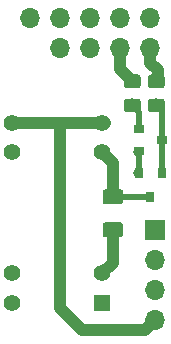
<source format=gbr>
G04 #@! TF.GenerationSoftware,KiCad,Pcbnew,(5.1.2)-2*
G04 #@! TF.CreationDate,2020-01-05T09:35:50+00:00*
G04 #@! TF.ProjectId,PlutoPTT,506c7574-6f50-4545-942e-6b696361645f,rev?*
G04 #@! TF.SameCoordinates,Original*
G04 #@! TF.FileFunction,Copper,L1,Top*
G04 #@! TF.FilePolarity,Positive*
%FSLAX46Y46*%
G04 Gerber Fmt 4.6, Leading zero omitted, Abs format (unit mm)*
G04 Created by KiCad (PCBNEW (5.1.2)-2) date 2020-01-05 09:35:50*
%MOMM*%
%LPD*%
G04 APERTURE LIST*
%ADD10C,0.100000*%
%ADD11C,1.250000*%
%ADD12R,1.700000X1.700000*%
%ADD13O,1.700000X1.700000*%
%ADD14C,1.400000*%
%ADD15R,1.400000X1.400000*%
%ADD16R,0.800000X0.900000*%
%ADD17C,1.150000*%
%ADD18R,0.900000X0.800000*%
%ADD19C,0.800000*%
%ADD20C,0.500000*%
%ADD21C,1.000000*%
G04 APERTURE END LIST*
D10*
G36*
X74944504Y-60463204D02*
G01*
X74968773Y-60466804D01*
X74992571Y-60472765D01*
X75015671Y-60481030D01*
X75037849Y-60491520D01*
X75058893Y-60504133D01*
X75078598Y-60518747D01*
X75096777Y-60535223D01*
X75113253Y-60553402D01*
X75127867Y-60573107D01*
X75140480Y-60594151D01*
X75150970Y-60616329D01*
X75159235Y-60639429D01*
X75165196Y-60663227D01*
X75168796Y-60687496D01*
X75170000Y-60712000D01*
X75170000Y-61462000D01*
X75168796Y-61486504D01*
X75165196Y-61510773D01*
X75159235Y-61534571D01*
X75150970Y-61557671D01*
X75140480Y-61579849D01*
X75127867Y-61600893D01*
X75113253Y-61620598D01*
X75096777Y-61638777D01*
X75078598Y-61655253D01*
X75058893Y-61669867D01*
X75037849Y-61682480D01*
X75015671Y-61692970D01*
X74992571Y-61701235D01*
X74968773Y-61707196D01*
X74944504Y-61710796D01*
X74920000Y-61712000D01*
X73670000Y-61712000D01*
X73645496Y-61710796D01*
X73621227Y-61707196D01*
X73597429Y-61701235D01*
X73574329Y-61692970D01*
X73552151Y-61682480D01*
X73531107Y-61669867D01*
X73511402Y-61655253D01*
X73493223Y-61638777D01*
X73476747Y-61620598D01*
X73462133Y-61600893D01*
X73449520Y-61579849D01*
X73439030Y-61557671D01*
X73430765Y-61534571D01*
X73424804Y-61510773D01*
X73421204Y-61486504D01*
X73420000Y-61462000D01*
X73420000Y-60712000D01*
X73421204Y-60687496D01*
X73424804Y-60663227D01*
X73430765Y-60639429D01*
X73439030Y-60616329D01*
X73449520Y-60594151D01*
X73462133Y-60573107D01*
X73476747Y-60553402D01*
X73493223Y-60535223D01*
X73511402Y-60518747D01*
X73531107Y-60504133D01*
X73552151Y-60491520D01*
X73574329Y-60481030D01*
X73597429Y-60472765D01*
X73621227Y-60466804D01*
X73645496Y-60463204D01*
X73670000Y-60462000D01*
X74920000Y-60462000D01*
X74944504Y-60463204D01*
X74944504Y-60463204D01*
G37*
D11*
X74295000Y-61087000D03*
D10*
G36*
X74944504Y-57663204D02*
G01*
X74968773Y-57666804D01*
X74992571Y-57672765D01*
X75015671Y-57681030D01*
X75037849Y-57691520D01*
X75058893Y-57704133D01*
X75078598Y-57718747D01*
X75096777Y-57735223D01*
X75113253Y-57753402D01*
X75127867Y-57773107D01*
X75140480Y-57794151D01*
X75150970Y-57816329D01*
X75159235Y-57839429D01*
X75165196Y-57863227D01*
X75168796Y-57887496D01*
X75170000Y-57912000D01*
X75170000Y-58662000D01*
X75168796Y-58686504D01*
X75165196Y-58710773D01*
X75159235Y-58734571D01*
X75150970Y-58757671D01*
X75140480Y-58779849D01*
X75127867Y-58800893D01*
X75113253Y-58820598D01*
X75096777Y-58838777D01*
X75078598Y-58855253D01*
X75058893Y-58869867D01*
X75037849Y-58882480D01*
X75015671Y-58892970D01*
X74992571Y-58901235D01*
X74968773Y-58907196D01*
X74944504Y-58910796D01*
X74920000Y-58912000D01*
X73670000Y-58912000D01*
X73645496Y-58910796D01*
X73621227Y-58907196D01*
X73597429Y-58901235D01*
X73574329Y-58892970D01*
X73552151Y-58882480D01*
X73531107Y-58869867D01*
X73511402Y-58855253D01*
X73493223Y-58838777D01*
X73476747Y-58820598D01*
X73462133Y-58800893D01*
X73449520Y-58779849D01*
X73439030Y-58757671D01*
X73430765Y-58734571D01*
X73424804Y-58710773D01*
X73421204Y-58686504D01*
X73420000Y-58662000D01*
X73420000Y-57912000D01*
X73421204Y-57887496D01*
X73424804Y-57863227D01*
X73430765Y-57839429D01*
X73439030Y-57816329D01*
X73449520Y-57794151D01*
X73462133Y-57773107D01*
X73476747Y-57753402D01*
X73493223Y-57735223D01*
X73511402Y-57718747D01*
X73531107Y-57704133D01*
X73552151Y-57691520D01*
X73574329Y-57681030D01*
X73597429Y-57672765D01*
X73621227Y-57666804D01*
X73645496Y-57663204D01*
X73670000Y-57662000D01*
X74920000Y-57662000D01*
X74944504Y-57663204D01*
X74944504Y-57663204D01*
G37*
D11*
X74295000Y-58287000D03*
D12*
X77851000Y-61087000D03*
D13*
X77851000Y-63627000D03*
X77851000Y-66167000D03*
X77851000Y-68707000D03*
X67310000Y-43180000D03*
X69850000Y-45720000D03*
X69850000Y-43180000D03*
X72390000Y-45720000D03*
X72390000Y-43180000D03*
X74930000Y-45720000D03*
X74930000Y-43180000D03*
X77470000Y-45720000D03*
X77470000Y-43180000D03*
D14*
X65786000Y-64770000D03*
X65786000Y-54510000D03*
X73406000Y-54510000D03*
X73406000Y-64770000D03*
D15*
X73406000Y-67310000D03*
D14*
X65786000Y-52070000D03*
X73406000Y-52070000D03*
X65786000Y-67310000D03*
D16*
X78420000Y-56277000D03*
X76520000Y-56277000D03*
X77470000Y-58277000D03*
D10*
G36*
X78452505Y-49981204D02*
G01*
X78476773Y-49984804D01*
X78500572Y-49990765D01*
X78523671Y-49999030D01*
X78545850Y-50009520D01*
X78566893Y-50022132D01*
X78586599Y-50036747D01*
X78604777Y-50053223D01*
X78621253Y-50071401D01*
X78635868Y-50091107D01*
X78648480Y-50112150D01*
X78658970Y-50134329D01*
X78667235Y-50157428D01*
X78673196Y-50181227D01*
X78676796Y-50205495D01*
X78678000Y-50229999D01*
X78678000Y-50880001D01*
X78676796Y-50904505D01*
X78673196Y-50928773D01*
X78667235Y-50952572D01*
X78658970Y-50975671D01*
X78648480Y-50997850D01*
X78635868Y-51018893D01*
X78621253Y-51038599D01*
X78604777Y-51056777D01*
X78586599Y-51073253D01*
X78566893Y-51087868D01*
X78545850Y-51100480D01*
X78523671Y-51110970D01*
X78500572Y-51119235D01*
X78476773Y-51125196D01*
X78452505Y-51128796D01*
X78428001Y-51130000D01*
X77527999Y-51130000D01*
X77503495Y-51128796D01*
X77479227Y-51125196D01*
X77455428Y-51119235D01*
X77432329Y-51110970D01*
X77410150Y-51100480D01*
X77389107Y-51087868D01*
X77369401Y-51073253D01*
X77351223Y-51056777D01*
X77334747Y-51038599D01*
X77320132Y-51018893D01*
X77307520Y-50997850D01*
X77297030Y-50975671D01*
X77288765Y-50952572D01*
X77282804Y-50928773D01*
X77279204Y-50904505D01*
X77278000Y-50880001D01*
X77278000Y-50229999D01*
X77279204Y-50205495D01*
X77282804Y-50181227D01*
X77288765Y-50157428D01*
X77297030Y-50134329D01*
X77307520Y-50112150D01*
X77320132Y-50091107D01*
X77334747Y-50071401D01*
X77351223Y-50053223D01*
X77369401Y-50036747D01*
X77389107Y-50022132D01*
X77410150Y-50009520D01*
X77432329Y-49999030D01*
X77455428Y-49990765D01*
X77479227Y-49984804D01*
X77503495Y-49981204D01*
X77527999Y-49980000D01*
X78428001Y-49980000D01*
X78452505Y-49981204D01*
X78452505Y-49981204D01*
G37*
D17*
X77978000Y-50555000D03*
D10*
G36*
X78452505Y-47931204D02*
G01*
X78476773Y-47934804D01*
X78500572Y-47940765D01*
X78523671Y-47949030D01*
X78545850Y-47959520D01*
X78566893Y-47972132D01*
X78586599Y-47986747D01*
X78604777Y-48003223D01*
X78621253Y-48021401D01*
X78635868Y-48041107D01*
X78648480Y-48062150D01*
X78658970Y-48084329D01*
X78667235Y-48107428D01*
X78673196Y-48131227D01*
X78676796Y-48155495D01*
X78678000Y-48179999D01*
X78678000Y-48830001D01*
X78676796Y-48854505D01*
X78673196Y-48878773D01*
X78667235Y-48902572D01*
X78658970Y-48925671D01*
X78648480Y-48947850D01*
X78635868Y-48968893D01*
X78621253Y-48988599D01*
X78604777Y-49006777D01*
X78586599Y-49023253D01*
X78566893Y-49037868D01*
X78545850Y-49050480D01*
X78523671Y-49060970D01*
X78500572Y-49069235D01*
X78476773Y-49075196D01*
X78452505Y-49078796D01*
X78428001Y-49080000D01*
X77527999Y-49080000D01*
X77503495Y-49078796D01*
X77479227Y-49075196D01*
X77455428Y-49069235D01*
X77432329Y-49060970D01*
X77410150Y-49050480D01*
X77389107Y-49037868D01*
X77369401Y-49023253D01*
X77351223Y-49006777D01*
X77334747Y-48988599D01*
X77320132Y-48968893D01*
X77307520Y-48947850D01*
X77297030Y-48925671D01*
X77288765Y-48902572D01*
X77282804Y-48878773D01*
X77279204Y-48854505D01*
X77278000Y-48830001D01*
X77278000Y-48179999D01*
X77279204Y-48155495D01*
X77282804Y-48131227D01*
X77288765Y-48107428D01*
X77297030Y-48084329D01*
X77307520Y-48062150D01*
X77320132Y-48041107D01*
X77334747Y-48021401D01*
X77351223Y-48003223D01*
X77369401Y-47986747D01*
X77389107Y-47972132D01*
X77410150Y-47959520D01*
X77432329Y-47949030D01*
X77455428Y-47940765D01*
X77479227Y-47934804D01*
X77503495Y-47931204D01*
X77527999Y-47930000D01*
X78428001Y-47930000D01*
X78452505Y-47931204D01*
X78452505Y-47931204D01*
G37*
D17*
X77978000Y-48505000D03*
D18*
X76470000Y-52517000D03*
X76470000Y-54417000D03*
X78470000Y-53467000D03*
D10*
G36*
X76420505Y-49981204D02*
G01*
X76444773Y-49984804D01*
X76468572Y-49990765D01*
X76491671Y-49999030D01*
X76513850Y-50009520D01*
X76534893Y-50022132D01*
X76554599Y-50036747D01*
X76572777Y-50053223D01*
X76589253Y-50071401D01*
X76603868Y-50091107D01*
X76616480Y-50112150D01*
X76626970Y-50134329D01*
X76635235Y-50157428D01*
X76641196Y-50181227D01*
X76644796Y-50205495D01*
X76646000Y-50229999D01*
X76646000Y-50880001D01*
X76644796Y-50904505D01*
X76641196Y-50928773D01*
X76635235Y-50952572D01*
X76626970Y-50975671D01*
X76616480Y-50997850D01*
X76603868Y-51018893D01*
X76589253Y-51038599D01*
X76572777Y-51056777D01*
X76554599Y-51073253D01*
X76534893Y-51087868D01*
X76513850Y-51100480D01*
X76491671Y-51110970D01*
X76468572Y-51119235D01*
X76444773Y-51125196D01*
X76420505Y-51128796D01*
X76396001Y-51130000D01*
X75495999Y-51130000D01*
X75471495Y-51128796D01*
X75447227Y-51125196D01*
X75423428Y-51119235D01*
X75400329Y-51110970D01*
X75378150Y-51100480D01*
X75357107Y-51087868D01*
X75337401Y-51073253D01*
X75319223Y-51056777D01*
X75302747Y-51038599D01*
X75288132Y-51018893D01*
X75275520Y-50997850D01*
X75265030Y-50975671D01*
X75256765Y-50952572D01*
X75250804Y-50928773D01*
X75247204Y-50904505D01*
X75246000Y-50880001D01*
X75246000Y-50229999D01*
X75247204Y-50205495D01*
X75250804Y-50181227D01*
X75256765Y-50157428D01*
X75265030Y-50134329D01*
X75275520Y-50112150D01*
X75288132Y-50091107D01*
X75302747Y-50071401D01*
X75319223Y-50053223D01*
X75337401Y-50036747D01*
X75357107Y-50022132D01*
X75378150Y-50009520D01*
X75400329Y-49999030D01*
X75423428Y-49990765D01*
X75447227Y-49984804D01*
X75471495Y-49981204D01*
X75495999Y-49980000D01*
X76396001Y-49980000D01*
X76420505Y-49981204D01*
X76420505Y-49981204D01*
G37*
D17*
X75946000Y-50555000D03*
D10*
G36*
X76420505Y-47931204D02*
G01*
X76444773Y-47934804D01*
X76468572Y-47940765D01*
X76491671Y-47949030D01*
X76513850Y-47959520D01*
X76534893Y-47972132D01*
X76554599Y-47986747D01*
X76572777Y-48003223D01*
X76589253Y-48021401D01*
X76603868Y-48041107D01*
X76616480Y-48062150D01*
X76626970Y-48084329D01*
X76635235Y-48107428D01*
X76641196Y-48131227D01*
X76644796Y-48155495D01*
X76646000Y-48179999D01*
X76646000Y-48830001D01*
X76644796Y-48854505D01*
X76641196Y-48878773D01*
X76635235Y-48902572D01*
X76626970Y-48925671D01*
X76616480Y-48947850D01*
X76603868Y-48968893D01*
X76589253Y-48988599D01*
X76572777Y-49006777D01*
X76554599Y-49023253D01*
X76534893Y-49037868D01*
X76513850Y-49050480D01*
X76491671Y-49060970D01*
X76468572Y-49069235D01*
X76444773Y-49075196D01*
X76420505Y-49078796D01*
X76396001Y-49080000D01*
X75495999Y-49080000D01*
X75471495Y-49078796D01*
X75447227Y-49075196D01*
X75423428Y-49069235D01*
X75400329Y-49060970D01*
X75378150Y-49050480D01*
X75357107Y-49037868D01*
X75337401Y-49023253D01*
X75319223Y-49006777D01*
X75302747Y-48988599D01*
X75288132Y-48968893D01*
X75275520Y-48947850D01*
X75265030Y-48925671D01*
X75256765Y-48902572D01*
X75250804Y-48878773D01*
X75247204Y-48854505D01*
X75246000Y-48830001D01*
X75246000Y-48179999D01*
X75247204Y-48155495D01*
X75250804Y-48131227D01*
X75256765Y-48107428D01*
X75265030Y-48084329D01*
X75275520Y-48062150D01*
X75288132Y-48041107D01*
X75302747Y-48021401D01*
X75319223Y-48003223D01*
X75337401Y-47986747D01*
X75357107Y-47972132D01*
X75378150Y-47959520D01*
X75400329Y-47949030D01*
X75423428Y-47940765D01*
X75447227Y-47934804D01*
X75471495Y-47931204D01*
X75495999Y-47930000D01*
X76396001Y-47930000D01*
X76420505Y-47931204D01*
X76420505Y-47931204D01*
G37*
D17*
X75946000Y-48505000D03*
D19*
X76454000Y-54483000D03*
X76454000Y-56261000D03*
D20*
X78420000Y-53517000D02*
X78470000Y-53467000D01*
X78420000Y-56277000D02*
X78420000Y-53517000D01*
X78470000Y-50920000D02*
X78105000Y-50555000D01*
X78470000Y-53467000D02*
X78470000Y-50920000D01*
X76327000Y-52374000D02*
X76470000Y-52517000D01*
X76470000Y-51079000D02*
X75946000Y-50555000D01*
X76470000Y-52517000D02*
X76470000Y-51079000D01*
X76520000Y-54467000D02*
X76470000Y-54417000D01*
X76520000Y-56277000D02*
X76520000Y-54467000D01*
D21*
X74930000Y-47489000D02*
X75946000Y-48505000D01*
X74930000Y-45720000D02*
X74930000Y-47489000D01*
X78105000Y-47557081D02*
X78105000Y-48505000D01*
X77470000Y-45720000D02*
X77470000Y-46922081D01*
X77470000Y-46922081D02*
X78105000Y-47557081D01*
X74295000Y-63881000D02*
X73406000Y-64770000D01*
X74295000Y-61087000D02*
X74295000Y-63881000D01*
D20*
X76570000Y-58277000D02*
X76554000Y-58293000D01*
X77470000Y-58277000D02*
X76570000Y-58277000D01*
D21*
X74295000Y-55399000D02*
X73406000Y-54510000D01*
X74295000Y-58287000D02*
X74295000Y-55399000D01*
D20*
X75940000Y-58287000D02*
X74295000Y-58287000D01*
X75946000Y-58293000D02*
X75940000Y-58287000D01*
X75946000Y-58293000D02*
X75184000Y-58293000D01*
X76554000Y-58293000D02*
X75946000Y-58293000D01*
D21*
X73660000Y-52070000D02*
X71374000Y-52070000D01*
X71374000Y-52070000D02*
X69850000Y-52070000D01*
X69850000Y-52070000D02*
X69850000Y-67691000D01*
X77001001Y-69556999D02*
X77851000Y-68707000D01*
X71715999Y-69556999D02*
X77001001Y-69556999D01*
X69850000Y-67691000D02*
X71715999Y-69556999D01*
X66929000Y-52070000D02*
X65786000Y-52070000D01*
X66929000Y-52070000D02*
X66040000Y-52070000D01*
X69850000Y-52070000D02*
X66929000Y-52070000D01*
M02*

</source>
